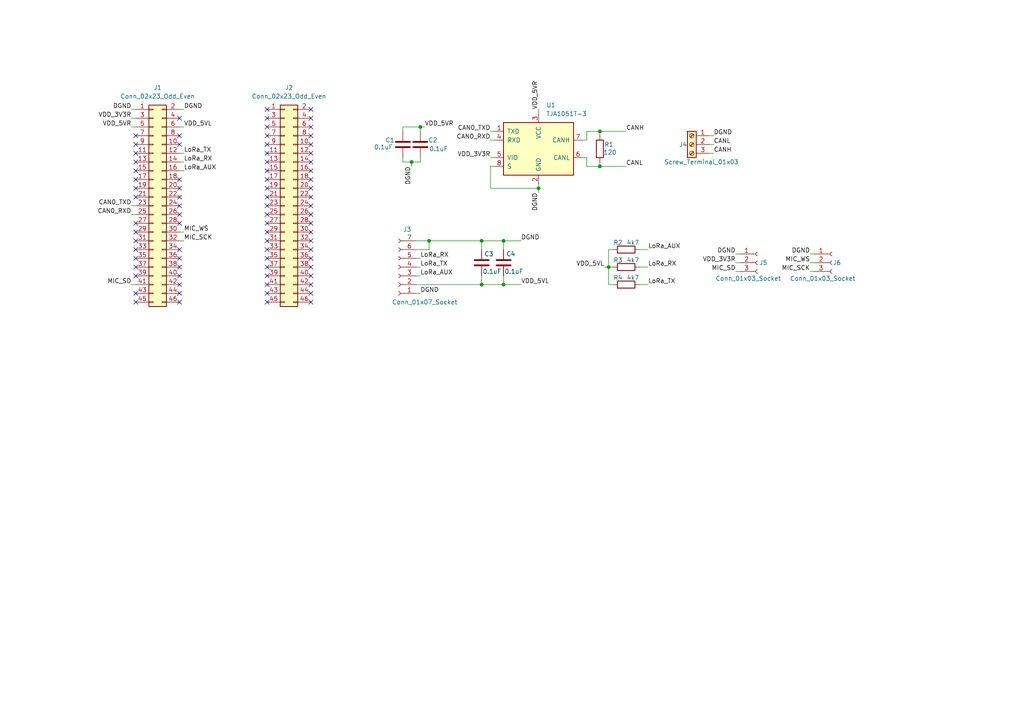
<source format=kicad_sch>
(kicad_sch (version 20231120) (generator "eeschema") (generator_version "8.0")
  (paper "A4")
  (lib_symbols
    (symbol "Connector:Conn_01x03_Socket" (pin_names (offset 1.016) hide)
      (property "Reference" "J" (at 0 5.08 0))
      (property "Value" "Conn_01x03_Socket" (at 0 -5.08 0))
      (symbol "Conn_01x03_Socket_1_1"
        (arc (start 0 -2.032) (mid -0.5058 -2.54) (end 0 -3.048) (stroke (width 0.1524)))
        (polyline (pts (xy -1.27 -2.54) (xy -0.508 -2.54)) (stroke (width 0.1524)))
        (polyline (pts (xy -1.27 0) (xy -0.508 0)) (stroke (width 0.1524)))
        (polyline (pts (xy -1.27 2.54) (xy -0.508 2.54)) (stroke (width 0.1524)))
        (arc (start 0 0.508) (mid -0.5058 0) (end 0 -0.508) (stroke (width 0.1524)))
        (arc (start 0 3.048) (mid -0.5058 2.54) (end 0 2.032) (stroke (width 0.1524)))
        (pin passive line (at -5.08 2.54 0) (length 3.81) (name "Pin_1") (number "1"))
        (pin passive line (at -5.08 0 0) (length 3.81) (name "Pin_2") (number "2"))
        (pin passive line (at -5.08 -2.54 0) (length 3.81) (name "Pin_3") (number "3"))
      )
    )
    (symbol "Connector:Conn_01x07_Socket" (pin_names (offset 1.016) hide)
      (property "Reference" "J" (at 0 10.16 0))
      (property "Value" "Conn_01x07_Socket" (at 0 -10.16 0))
      (symbol "Conn_01x07_Socket_1_1"
        (arc (start 0 -7.112) (mid -0.5058 -7.62) (end 0 -8.128) (stroke (width 0.1524)))
        (arc (start 0 -4.572) (mid -0.5058 -5.08) (end 0 -5.588) (stroke (width 0.1524)))
        (arc (start 0 -2.032) (mid -0.5058 -2.54) (end 0 -3.048) (stroke (width 0.1524)))
        (polyline (pts (xy -1.27 -7.62) (xy -0.508 -7.62)) (stroke (width 0.1524)))
        (polyline (pts (xy -1.27 -5.08) (xy -0.508 -5.08)) (stroke (width 0.1524)))
        (polyline (pts (xy -1.27 -2.54) (xy -0.508 -2.54)) (stroke (width 0.1524)))
        (polyline (pts (xy -1.27 0) (xy -0.508 0)) (stroke (width 0.1524)))
        (polyline (pts (xy -1.27 2.54) (xy -0.508 2.54)) (stroke (width 0.1524)))
        (polyline (pts (xy -1.27 5.08) (xy -0.508 5.08)) (stroke (width 0.1524)))
        (polyline (pts (xy -1.27 7.62) (xy -0.508 7.62)) (stroke (width 0.1524)))
        (arc (start 0 0.508) (mid -0.5058 0) (end 0 -0.508) (stroke (width 0.1524)))
        (arc (start 0 3.048) (mid -0.5058 2.54) (end 0 2.032) (stroke (width 0.1524)))
        (arc (start 0 5.588) (mid -0.5058 5.08) (end 0 4.572) (stroke (width 0.1524)))
        (arc (start 0 8.128) (mid -0.5058 7.62) (end 0 7.112) (stroke (width 0.1524)))
        (pin passive line (at -5.08 7.62 0) (length 3.81) (name "Pin_1") (number "1"))
        (pin passive line (at -5.08 5.08 0) (length 3.81) (name "Pin_2") (number "2"))
        (pin passive line (at -5.08 2.54 0) (length 3.81) (name "Pin_3") (number "3"))
        (pin passive line (at -5.08 0 0) (length 3.81) (name "Pin_4") (number "4"))
        (pin passive line (at -5.08 -2.54 0) (length 3.81) (name "Pin_5") (number "5"))
        (pin passive line (at -5.08 -5.08 0) (length 3.81) (name "Pin_6") (number "6"))
        (pin passive line (at -5.08 -7.62 0) (length 3.81) (name "Pin_7") (number "7"))
      )
    )
    (symbol "Connector:Screw_Terminal_01x03" (pin_names (offset 1.016) hide)
      (property "Reference" "J" (at 0 5.08 0))
      (property "Value" "Screw_Terminal_01x03" (at 0 -5.08 0))
      (symbol "Screw_Terminal_01x03_1_1"
        (rectangle (start -1.27 3.81) (end 1.27 -3.81) (stroke (width 0.254)) (fill (type background)))
        (circle (center 0 -2.54) (radius 0.635) (stroke (width 0.1524)))
        (polyline (pts (xy -0.5334 -2.2098) (xy 0.3302 -3.048)) (stroke (width 0.1524)))
        (polyline (pts (xy -0.5334 0.3302) (xy 0.3302 -0.508)) (stroke (width 0.1524)))
        (polyline (pts (xy -0.5334 2.8702) (xy 0.3302 2.032)) (stroke (width 0.1524)))
        (polyline (pts (xy -0.3556 -2.032) (xy 0.508 -2.8702)) (stroke (width 0.1524)))
        (polyline (pts (xy -0.3556 0.508) (xy 0.508 -0.3302)) (stroke (width 0.1524)))
        (polyline (pts (xy -0.3556 3.048) (xy 0.508 2.2098)) (stroke (width 0.1524)))
        (circle (center 0 0) (radius 0.635) (stroke (width 0.1524)))
        (circle (center 0 2.54) (radius 0.635) (stroke (width 0.1524)))
        (pin passive line (at -5.08 2.54 0) (length 3.81) (name "Pin_1") (number "1"))
        (pin passive line (at -5.08 0 0) (length 3.81) (name "Pin_2") (number "2"))
        (pin passive line (at -5.08 -2.54 0) (length 3.81) (name "Pin_3") (number "3"))
      )
    )
    (symbol "Connector_Generic:Conn_02x23_Odd_Even" (pin_names (offset 1.016) hide)
      (property "Reference" "J" (at 1.27 30.48 0))
      (property "Value" "Conn_02x23_Odd_Even" (at 1.27 -30.48 0))
      (symbol "Conn_02x23_Odd_Even_1_1"
        (rectangle (start -1.27 -27.813) (end 0 -28.067) (stroke (width 0.1524)))
        (rectangle (start -1.27 -25.273) (end 0 -25.527) (stroke (width 0.1524)))
        (rectangle (start -1.27 -22.733) (end 0 -22.987) (stroke (width 0.1524)))
        (rectangle (start -1.27 -20.193) (end 0 -20.447) (stroke (width 0.1524)))
        (rectangle (start -1.27 -17.653) (end 0 -17.907) (stroke (width 0.1524)))
        (rectangle (start -1.27 -15.113) (end 0 -15.367) (stroke (width 0.1524)))
        (rectangle (start -1.27 -12.573) (end 0 -12.827) (stroke (width 0.1524)))
        (rectangle (start -1.27 -10.033) (end 0 -10.287) (stroke (width 0.1524)))
        (rectangle (start -1.27 -7.493) (end 0 -7.747) (stroke (width 0.1524)))
        (rectangle (start -1.27 -4.953) (end 0 -5.207) (stroke (width 0.1524)))
        (rectangle (start -1.27 -2.413) (end 0 -2.667) (stroke (width 0.1524)))
        (rectangle (start -1.27 0.127) (end 0 -0.127) (stroke (width 0.1524)))
        (rectangle (start -1.27 2.667) (end 0 2.413) (stroke (width 0.1524)))
        (rectangle (start -1.27 5.207) (end 0 4.953) (stroke (width 0.1524)))
        (rectangle (start -1.27 7.747) (end 0 7.493) (stroke (width 0.1524)))
        (rectangle (start -1.27 10.287) (end 0 10.033) (stroke (width 0.1524)))
        (rectangle (start -1.27 12.827) (end 0 12.573) (stroke (width 0.1524)))
        (rectangle (start -1.27 15.367) (end 0 15.113) (stroke (width 0.1524)))
        (rectangle (start -1.27 17.907) (end 0 17.653) (stroke (width 0.1524)))
        (rectangle (start -1.27 20.447) (end 0 20.193) (stroke (width 0.1524)))
        (rectangle (start -1.27 22.987) (end 0 22.733) (stroke (width 0.1524)))
        (rectangle (start -1.27 25.527) (end 0 25.273) (stroke (width 0.1524)))
        (rectangle (start -1.27 28.067) (end 0 27.813) (stroke (width 0.1524)))
        (rectangle (start -1.27 29.21) (end 3.81 -29.21) (stroke (width 0.254)) (fill (type background)))
        (rectangle (start 3.81 -27.813) (end 2.54 -28.067) (stroke (width 0.1524)))
        (rectangle (start 3.81 -25.273) (end 2.54 -25.527) (stroke (width 0.1524)))
        (rectangle (start 3.81 -22.733) (end 2.54 -22.987) (stroke (width 0.1524)))
        (rectangle (start 3.81 -20.193) (end 2.54 -20.447) (stroke (width 0.1524)))
        (rectangle (start 3.81 -17.653) (end 2.54 -17.907) (stroke (width 0.1524)))
        (rectangle (start 3.81 -15.113) (end 2.54 -15.367) (stroke (width 0.1524)))
        (rectangle (start 3.81 -12.573) (end 2.54 -12.827) (stroke (width 0.1524)))
        (rectangle (start 3.81 -10.033) (end 2.54 -10.287) (stroke (width 0.1524)))
        (rectangle (start 3.81 -7.493) (end 2.54 -7.747) (stroke (width 0.1524)))
        (rectangle (start 3.81 -4.953) (end 2.54 -5.207) (stroke (width 0.1524)))
        (rectangle (start 3.81 -2.413) (end 2.54 -2.667) (stroke (width 0.1524)))
        (rectangle (start 3.81 0.127) (end 2.54 -0.127) (stroke (width 0.1524)))
        (rectangle (start 3.81 2.667) (end 2.54 2.413) (stroke (width 0.1524)))
        (rectangle (start 3.81 5.207) (end 2.54 4.953) (stroke (width 0.1524)))
        (rectangle (start 3.81 7.747) (end 2.54 7.493) (stroke (width 0.1524)))
        (rectangle (start 3.81 10.287) (end 2.54 10.033) (stroke (width 0.1524)))
        (rectangle (start 3.81 12.827) (end 2.54 12.573) (stroke (width 0.1524)))
        (rectangle (start 3.81 15.367) (end 2.54 15.113) (stroke (width 0.1524)))
        (rectangle (start 3.81 17.907) (end 2.54 17.653) (stroke (width 0.1524)))
        (rectangle (start 3.81 20.447) (end 2.54 20.193) (stroke (width 0.1524)))
        (rectangle (start 3.81 22.987) (end 2.54 22.733) (stroke (width 0.1524)))
        (rectangle (start 3.81 25.527) (end 2.54 25.273) (stroke (width 0.1524)))
        (rectangle (start 3.81 28.067) (end 2.54 27.813) (stroke (width 0.1524)))
        (pin passive line (at -5.08 27.94 0) (length 3.81) (name "Pin_1") (number "1"))
        (pin passive line (at 7.62 17.78 180) (length 3.81) (name "Pin_10") (number "10"))
        (pin passive line (at -5.08 15.24 0) (length 3.81) (name "Pin_11") (number "11"))
        (pin passive line (at 7.62 15.24 180) (length 3.81) (name "Pin_12") (number "12"))
        (pin passive line (at -5.08 12.7 0) (length 3.81) (name "Pin_13") (number "13"))
        (pin passive line (at 7.62 12.7 180) (length 3.81) (name "Pin_14") (number "14"))
        (pin passive line (at -5.08 10.16 0) (length 3.81) (name "Pin_15") (number "15"))
        (pin passive line (at 7.62 10.16 180) (length 3.81) (name "Pin_16") (number "16"))
        (pin passive line (at -5.08 7.62 0) (length 3.81) (name "Pin_17") (number "17"))
        (pin passive line (at 7.62 7.62 180) (length 3.81) (name "Pin_18") (number "18"))
        (pin passive line (at -5.08 5.08 0) (length 3.81) (name "Pin_19") (number "19"))
        (pin passive line (at 7.62 27.94 180) (length 3.81) (name "Pin_2") (number "2"))
        (pin passive line (at 7.62 5.08 180) (length 3.81) (name "Pin_20") (number "20"))
        (pin passive line (at -5.08 2.54 0) (length 3.81) (name "Pin_21") (number "21"))
        (pin passive line (at 7.62 2.54 180) (length 3.81) (name "Pin_22") (number "22"))
        (pin passive line (at -5.08 0 0) (length 3.81) (name "Pin_23") (number "23"))
        (pin passive line (at 7.62 0 180) (length 3.81) (name "Pin_24") (number "24"))
        (pin passive line (at -5.08 -2.54 0) (length 3.81) (name "Pin_25") (number "25"))
        (pin passive line (at 7.62 -2.54 180) (length 3.81) (name "Pin_26") (number "26"))
        (pin passive line (at -5.08 -5.08 0) (length 3.81) (name "Pin_27") (number "27"))
        (pin passive line (at 7.62 -5.08 180) (length 3.81) (name "Pin_28") (number "28"))
        (pin passive line (at -5.08 -7.62 0) (length 3.81) (name "Pin_29") (number "29"))
        (pin passive line (at -5.08 25.4 0) (length 3.81) (name "Pin_3") (number "3"))
        (pin passive line (at 7.62 -7.62 180) (length 3.81) (name "Pin_30") (number "30"))
        (pin passive line (at -5.08 -10.16 0) (length 3.81) (name "Pin_31") (number "31"))
        (pin passive line (at 7.62 -10.16 180) (length 3.81) (name "Pin_32") (number "32"))
        (pin passive line (at -5.08 -12.7 0) (length 3.81) (name "Pin_33") (number "33"))
        (pin passive line (at 7.62 -12.7 180) (length 3.81) (name "Pin_34") (number "34"))
        (pin passive line (at -5.08 -15.24 0) (length 3.81) (name "Pin_35") (number "35"))
        (pin passive line (at 7.62 -15.24 180) (length 3.81) (name "Pin_36") (number "36"))
        (pin passive line (at -5.08 -17.78 0) (length 3.81) (name "Pin_37") (number "37"))
        (pin passive line (at 7.62 -17.78 180) (length 3.81) (name "Pin_38") (number "38"))
        (pin passive line (at -5.08 -20.32 0) (length 3.81) (name "Pin_39") (number "39"))
        (pin passive line (at 7.62 25.4 180) (length 3.81) (name "Pin_4") (number "4"))
        (pin passive line (at 7.62 -20.32 180) (length 3.81) (name "Pin_40") (number "40"))
        (pin passive line (at -5.08 -22.86 0) (length 3.81) (name "Pin_41") (number "41"))
        (pin passive line (at 7.62 -22.86 180) (length 3.81) (name "Pin_42") (number "42"))
        (pin passive line (at -5.08 -25.4 0) (length 3.81) (name "Pin_43") (number "43"))
        (pin passive line (at 7.62 -25.4 180) (length 3.81) (name "Pin_44") (number "44"))
        (pin passive line (at -5.08 -27.94 0) (length 3.81) (name "Pin_45") (number "45"))
        (pin passive line (at 7.62 -27.94 180) (length 3.81) (name "Pin_46") (number "46"))
        (pin passive line (at -5.08 22.86 0) (length 3.81) (name "Pin_5") (number "5"))
        (pin passive line (at 7.62 22.86 180) (length 3.81) (name "Pin_6") (number "6"))
        (pin passive line (at -5.08 20.32 0) (length 3.81) (name "Pin_7") (number "7"))
        (pin passive line (at 7.62 20.32 180) (length 3.81) (name "Pin_8") (number "8"))
        (pin passive line (at -5.08 17.78 0) (length 3.81) (name "Pin_9") (number "9"))
      )
    )
    (symbol "Device:C" (pin_numbers hide) (pin_names (offset 0.254))
      (property "Reference" "C" (at 0.635 2.54 0))
      (property "Value" "C" (at 0.635 -2.54 0))
      (symbol "C_0_1"
        (polyline (pts (xy -2.032 -0.762) (xy 2.032 -0.762)) (stroke (width 0.508)))
        (polyline (pts (xy -2.032 0.762) (xy 2.032 0.762)) (stroke (width 0.508)))
      )
      (symbol "C_1_1"
        (pin passive line (at 0 3.81 270) (length 2.794) (name "~") (number "1"))
        (pin passive line (at 0 -3.81 90) (length 2.794) (name "~") (number "2"))
      )
    )
    (symbol "Device:R" (pin_numbers hide) (pin_names (offset 0))
      (property "Reference" "R" (at 2.032 0 90))
      (property "Value" "R" (at 0 0 90))
      (symbol "R_0_1"
        (rectangle (start -1.016 -2.54) (end 1.016 2.54) (stroke (width 0.254)))
      )
      (symbol "R_1_1"
        (pin passive line (at 0 3.81 270) (length 1.27) (name "~") (number "1"))
        (pin passive line (at 0 -3.81 90) (length 1.27) (name "~") (number "2"))
      )
    )
    (symbol "Interface_CAN_LIN:TJA1051T-3" (pin_names (offset 1.016))
      (property "Reference" "U" (at -10.16 8.89 0))
      (property "Value" "TJA1051T-3" (at 1.27 8.89 0))
      (symbol "TJA1051T-3_0_1"
        (rectangle (start -10.16 7.62) (end 10.16 -7.62) (stroke (width 0.254)) (fill (type background)))
      )
      (symbol "TJA1051T-3_1_1"
        (pin input line (at -12.7 5.08 0) (length 2.54) (name "TXD") (number "1"))
        (pin power_in line (at 0 -10.16 90) (length 2.54) (name "GND") (number "2"))
        (pin power_in line (at 0 10.16 270) (length 2.54) (name "VCC") (number "3"))
        (pin output line (at -12.7 2.54 0) (length 2.54) (name "RXD") (number "4"))
        (pin power_in line (at -12.7 -2.54 0) (length 2.54) (name "VIO") (number "5"))
        (pin bidirectional line (at 12.7 -2.54 180) (length 2.54) (name "CANL") (number "6"))
        (pin bidirectional line (at 12.7 2.54 180) (length 2.54) (name "CANH") (number "7"))
        (pin input line (at -12.7 -5.08 0) (length 2.54) (name "S") (number "8"))
      )
    )
  )
  (junction (at 121.92 36.83))
  (junction (at 139.7 69.85))
  (junction (at 173.99 48.26))
  (junction (at 119.38 46.99))
  (junction (at 146.05 69.85))
  (junction (at 124.46 69.85))
  (junction (at 156.21 54.61))
  (junction (at 173.99 38.1))
  (junction (at 139.7 82.55))
  (junction (at 176.53 77.47))
  (junction (at 146.05 82.55))
  (no_connect (at 90.17 57.15))
  (no_connect (at 77.47 69.85))
  (no_connect (at 39.37 69.85))
  (no_connect (at 77.47 80.01))
  (no_connect (at 90.17 39.37))
  (no_connect (at 90.17 44.45))
  (no_connect (at 77.47 82.55))
  (no_connect (at 52.07 72.39))
  (no_connect (at 39.37 80.01))
  (no_connect (at 52.07 62.23))
  (no_connect (at 39.37 46.99))
  (no_connect (at 77.47 57.15))
  (no_connect (at 39.37 57.15))
  (no_connect (at 52.07 41.91))
  (no_connect (at 77.47 52.07))
  (no_connect (at 77.47 31.75))
  (no_connect (at 90.17 87.63))
  (no_connect (at 77.47 46.99))
  (no_connect (at 77.47 62.23))
  (no_connect (at 39.37 87.63))
  (no_connect (at 52.07 59.69))
  (no_connect (at 39.37 39.37))
  (no_connect (at 90.17 31.75))
  (no_connect (at 77.47 74.93))
  (no_connect (at 90.17 85.09))
  (no_connect (at 90.17 62.23))
  (no_connect (at 77.47 41.91))
  (no_connect (at 90.17 59.69))
  (no_connect (at 77.47 85.09))
  (no_connect (at 52.07 80.01))
  (no_connect (at 39.37 85.09))
  (no_connect (at 52.07 85.09))
  (no_connect (at 90.17 74.93))
  (no_connect (at 39.37 54.61))
  (no_connect (at 90.17 54.61))
  (no_connect (at 77.47 77.47))
  (no_connect (at 52.07 54.61))
  (no_connect (at 77.47 64.77))
  (no_connect (at 77.47 87.63))
  (no_connect (at 52.07 39.37))
  (no_connect (at 52.07 34.29))
  (no_connect (at 52.07 57.15))
  (no_connect (at 77.47 67.31))
  (no_connect (at 90.17 69.85))
  (no_connect (at 39.37 41.91))
  (no_connect (at 52.07 52.07))
  (no_connect (at 90.17 64.77))
  (no_connect (at 39.37 67.31))
  (no_connect (at 90.17 41.91))
  (no_connect (at 52.07 77.47))
  (no_connect (at 90.17 72.39))
  (no_connect (at 77.47 39.37))
  (no_connect (at 52.07 87.63))
  (no_connect (at 90.17 36.83))
  (no_connect (at 39.37 52.07))
  (no_connect (at 52.07 74.93))
  (no_connect (at 52.07 64.77))
  (no_connect (at 39.37 77.47))
  (no_connect (at 77.47 34.29))
  (no_connect (at 39.37 74.93))
  (no_connect (at 90.17 82.55))
  (no_connect (at 90.17 80.01))
  (no_connect (at 90.17 77.47))
  (no_connect (at 39.37 64.77))
  (no_connect (at 77.47 59.69))
  (no_connect (at 90.17 34.29))
  (no_connect (at 39.37 49.53))
  (no_connect (at 90.17 46.99))
  (no_connect (at 77.47 49.53))
  (no_connect (at 90.17 67.31))
  (no_connect (at 77.47 36.83))
  (no_connect (at 77.47 54.61))
  (no_connect (at 39.37 44.45))
  (no_connect (at 90.17 52.07))
  (no_connect (at 90.17 49.53))
  (no_connect (at 39.37 72.39))
  (no_connect (at 52.07 82.55))
  (no_connect (at 77.47 72.39))
  (no_connect (at 77.47 44.45))
  (wire (pts (xy 156.21 54.61) (xy 156.21 55.88)))
  (wire (pts (xy 52.07 44.45) (xy 53.34 44.45)))
  (wire (pts (xy 139.7 80.01) (xy 139.7 82.55)))
  (wire (pts (xy 173.99 48.26) (xy 173.99 46.99)))
  (wire (pts (xy 120.65 80.01) (xy 121.92 80.01)))
  (wire (pts (xy 52.07 46.99) (xy 53.34 46.99)))
  (wire (pts (xy 156.21 54.61) (xy 156.21 53.34)))
  (wire (pts (xy 213.36 78.74) (xy 214.63 78.74)))
  (wire (pts (xy 52.07 69.85) (xy 53.34 69.85)))
  (wire (pts (xy 142.24 54.61) (xy 156.21 54.61)))
  (wire (pts (xy 176.53 82.55) (xy 176.53 77.47)))
  (wire (pts (xy 173.99 38.1) (xy 173.99 39.37)))
  (wire (pts (xy 176.53 77.47) (xy 177.8 77.47)))
  (wire (pts (xy 38.1 59.69) (xy 39.37 59.69)))
  (wire (pts (xy 205.74 39.37) (xy 207.01 39.37)))
  (wire (pts (xy 185.42 77.47) (xy 187.96 77.47)))
  (wire (pts (xy 52.07 49.53) (xy 53.34 49.53)))
  (wire (pts (xy 205.74 44.45) (xy 207.01 44.45)))
  (wire (pts (xy 168.91 45.72) (xy 170.18 45.72)))
  (wire (pts (xy 121.92 36.83) (xy 123.19 36.83)))
  (wire (pts (xy 168.91 40.64) (xy 170.18 40.64)))
  (wire (pts (xy 120.65 74.93) (xy 121.92 74.93)))
  (wire (pts (xy 139.7 69.85) (xy 146.05 69.85)))
  (wire (pts (xy 38.1 62.23) (xy 39.37 62.23)))
  (wire (pts (xy 146.05 80.01) (xy 146.05 82.55)))
  (wire (pts (xy 175.26 77.47) (xy 176.53 77.47)))
  (wire (pts (xy 116.84 38.1) (xy 116.84 36.83)))
  (wire (pts (xy 52.07 31.75) (xy 53.34 31.75)))
  (wire (pts (xy 185.42 82.55) (xy 187.96 82.55)))
  (wire (pts (xy 120.65 69.85) (xy 124.46 69.85)))
  (wire (pts (xy 142.24 45.72) (xy 143.51 45.72)))
  (wire (pts (xy 142.24 38.1) (xy 143.51 38.1)))
  (wire (pts (xy 52.07 67.31) (xy 53.34 67.31)))
  (wire (pts (xy 234.95 76.2) (xy 236.22 76.2)))
  (wire (pts (xy 119.38 48.26) (xy 119.38 46.99)))
  (wire (pts (xy 142.24 48.26) (xy 142.24 54.61)))
  (wire (pts (xy 38.1 34.29) (xy 39.37 34.29)))
  (wire (pts (xy 121.92 36.83) (xy 121.92 38.1)))
  (wire (pts (xy 170.18 45.72) (xy 170.18 48.26)))
  (wire (pts (xy 119.38 46.99) (xy 121.92 46.99)))
  (wire (pts (xy 52.07 36.83) (xy 53.34 36.83)))
  (wire (pts (xy 124.46 69.85) (xy 139.7 69.85)))
  (wire (pts (xy 139.7 69.85) (xy 139.7 72.39)))
  (wire (pts (xy 170.18 40.64) (xy 170.18 38.1)))
  (wire (pts (xy 173.99 38.1) (xy 181.61 38.1)))
  (wire (pts (xy 177.8 82.55) (xy 176.53 82.55)))
  (wire (pts (xy 146.05 69.85) (xy 151.13 69.85)))
  (wire (pts (xy 213.36 76.2) (xy 214.63 76.2)))
  (wire (pts (xy 116.84 46.99) (xy 116.84 45.72)))
  (wire (pts (xy 142.24 40.64) (xy 143.51 40.64)))
  (wire (pts (xy 120.65 72.39) (xy 124.46 72.39)))
  (wire (pts (xy 213.36 73.66) (xy 214.63 73.66)))
  (wire (pts (xy 38.1 36.83) (xy 39.37 36.83)))
  (wire (pts (xy 120.65 85.09) (xy 121.92 85.09)))
  (wire (pts (xy 234.95 73.66) (xy 236.22 73.66)))
  (wire (pts (xy 146.05 82.55) (xy 151.13 82.55)))
  (wire (pts (xy 116.84 46.99) (xy 119.38 46.99)))
  (wire (pts (xy 143.51 48.26) (xy 142.24 48.26)))
  (wire (pts (xy 177.8 72.39) (xy 176.53 72.39)))
  (wire (pts (xy 124.46 72.39) (xy 124.46 69.85)))
  (wire (pts (xy 156.21 31.75) (xy 156.21 33.02)))
  (wire (pts (xy 170.18 38.1) (xy 173.99 38.1)))
  (wire (pts (xy 139.7 82.55) (xy 146.05 82.55)))
  (wire (pts (xy 38.1 82.55) (xy 39.37 82.55)))
  (wire (pts (xy 120.65 77.47) (xy 121.92 77.47)))
  (wire (pts (xy 173.99 48.26) (xy 181.61 48.26)))
  (wire (pts (xy 120.65 82.55) (xy 139.7 82.55)))
  (wire (pts (xy 170.18 48.26) (xy 173.99 48.26)))
  (wire (pts (xy 185.42 72.39) (xy 187.96 72.39)))
  (wire (pts (xy 116.84 36.83) (xy 121.92 36.83)))
  (wire (pts (xy 121.92 45.72) (xy 121.92 46.99)))
  (wire (pts (xy 234.95 78.74) (xy 236.22 78.74)))
  (wire (pts (xy 205.74 41.91) (xy 207.01 41.91)))
  (wire (pts (xy 38.1 31.75) (xy 39.37 31.75)))
  (wire (pts (xy 176.53 72.39) (xy 176.53 77.47)))
  (wire (pts (xy 146.05 69.85) (xy 146.05 72.39)))
  (label "MIC_WS" (at 234.95 76.2 180))
  (label "CAN0_RXD" (at 142.24 40.64 180))
  (label "MIC_SCK" (at 53.34 69.85 0))
  (label "LoRa_AUX" (at 187.96 72.39 0))
  (label "DGND" (at 156.21 55.88 270))
  (label "VDD_5VR" (at 156.21 31.75 90))
  (label "CAN0_RXD" (at 38.1 62.23 180))
  (label "CANL" (at 181.61 48.26 0))
  (label "CAN0_TXD" (at 142.24 38.1 180))
  (label "LoRa_RX" (at 121.92 74.93 0))
  (label "VDD_3V3R" (at 142.24 45.72 180))
  (label "VDD_5VL" (at 175.26 77.47 180))
  (label "MIC_SCK" (at 234.95 78.74 180))
  (label "LoRa_AUX" (at 121.92 80.01 0))
  (label "LoRa_RX" (at 53.34 46.99 0))
  (label "MIC_SD" (at 213.36 78.74 180))
  (label "MIC_SD" (at 38.1 82.55 180))
  (label "DGND" (at 121.92 85.09 0))
  (label "LoRa_TX" (at 187.96 82.55 0))
  (label "LoRa_TX" (at 121.92 77.47 0))
  (label "VDD_5VR" (at 38.1 36.83 180))
  (label "CAN0_TXD" (at 38.1 59.69 180))
  (label "DGND" (at 234.95 73.66 180))
  (label "VDD_3V3R" (at 213.36 76.2 180))
  (label "DGND" (at 213.36 73.66 180))
  (label "VDD_3V3R" (at 38.1 34.29 180))
  (label "MIC_WS" (at 53.34 67.31 0))
  (label "VDD_5VL" (at 151.13 82.55 0))
  (label "DGND" (at 151.13 69.85 0))
  (label "CANH" (at 181.61 38.1 0))
  (label "DGND" (at 119.38 48.26 270))
  (label "DGND" (at 53.34 31.75 0))
  (label "LoRa_AUX" (at 53.34 49.53 0))
  (label "DGND" (at 207.01 39.37 0))
  (label "LoRa_RX" (at 187.96 77.47 0))
  (label "VDD_5VR" (at 123.19 36.83 0))
  (label "CANH" (at 207.01 44.45 0))
  (label "VDD_5VL" (at 53.34 36.83 0))
  (label "LoRa_TX" (at 53.34 44.45 0))
  (label "DGND" (at 38.1 31.75 180))
  (label "CANL" (at 207.01 41.91 0))
  (symbol (lib_id "Connector_Generic:Conn_02x23_Odd_Even") (at 82.55 59.69 0) (unit 1)
    (property "Reference" "J2" (at 83.82 25.4 0))
    (property "Value" "Conn_02x23_Odd_Even" (at 83.82 27.94 0))
    (property "Footprint" "Connector_PinHeader_2.54mm:PinHeader_2x23_P2.54mm_Vertical" (effects (hide yes)))
    (property "Description" "Generic connector, double row, 02x23, odd/even pin numbering scheme (row 1 odd numbers, row 2 even numbers), script generated (kicad-library-utils/schlib/autogen/connector/)" (effects (hide yes)))
  )
  (symbol (lib_id "Device:C") (at 146.05 76.2 0) (unit 1)
    (property "Reference" "C4" (at 146.812 73.66 0) (effects (justify left)))
    (property "Value" "0.1uF" (at 146.304 78.74 0) (effects (justify left)))
    (property "Footprint" "Capacitor_SMD:C_0603_1608Metric" (effects (hide yes)))
    (property "Description" "Unpolarized capacitor" (effects (hide yes)))
  )
  (symbol (lib_id "Connector:Screw_Terminal_01x03") (at 200.66 41.91 0) (mirror y) (unit 1)
    (property "Reference" "J4" (at 198.12 41.91 0))
    (property "Value" "Screw_Terminal_01x03" (at 203.454 46.99 0))
    (property "Footprint" "TerminalBlock_Phoenix:TerminalBlock_Phoenix_MKDS-1,5-3-5.08_1x03_P5.08mm_Horizontal" (effects (hide yes)))
    (property "Description" "Generic screw terminal, single row, 01x03, script generated (kicad-library-utils/schlib/autogen/connector/)" (effects (hide yes)))
  )
  (symbol (lib_id "Device:R") (at 181.61 72.39 90) (unit 1)
    (property "Reference" "R2" (at 180.594 70.358 90) (effects (justify left)))
    (property "Value" "4k7" (at 185.42 70.358 90) (effects (justify left)))
    (property "Footprint" "Resistor_SMD:R_0603_1608Metric" (effects (hide yes)))
    (property "Description" "Resistor" (effects (hide yes)))
  )
  (symbol (lib_id "Device:R") (at 181.61 82.55 90) (unit 1)
    (property "Reference" "R4" (at 180.594 80.518 90) (effects (justify left)))
    (property "Value" "4k7" (at 185.42 80.518 90) (effects (justify left)))
    (property "Footprint" "Resistor_SMD:R_0603_1608Metric" (effects (hide yes)))
    (property "Description" "Resistor" (effects (hide yes)))
  )
  (symbol (lib_id "Connector:Conn_01x03_Socket") (at 241.3 76.2 0) (unit 1)
    (property "Reference" "J6" (at 241.554 76.2 0) (effects (justify left)))
    (property "Value" "Conn_01x03_Socket" (at 229.108 80.772 0) (effects (justify left)))
    (property "Footprint" "Connector_PinSocket_2.54mm:PinSocket_1x03_P2.54mm_Vertical" (effects (hide yes)))
    (property "Description" "Generic connector, single row, 01x03, script generated" (effects (hide yes)))
  )
  (symbol (lib_id "Device:R") (at 181.61 77.47 90) (unit 1)
    (property "Reference" "R3" (at 180.594 75.438 90) (effects (justify left)))
    (property "Value" "4k7" (at 185.42 75.438 90) (effects (justify left)))
    (property "Footprint" "Resistor_SMD:R_0603_1608Metric" (effects (hide yes)))
    (property "Description" "Resistor" (effects (hide yes)))
  )
  (symbol (lib_id "Connector:Conn_01x03_Socket") (at 219.71 76.2 0) (unit 1)
    (property "Reference" "J5" (at 220.218 76.2 0) (effects (justify left)))
    (property "Value" "Conn_01x03_Socket" (at 207.518 80.772 0) (effects (justify left)))
    (property "Footprint" "Connector_PinSocket_2.54mm:PinSocket_1x03_P2.54mm_Vertical" (effects (hide yes)))
    (property "Description" "Generic connector, single row, 01x03, script generated" (effects (hide yes)))
  )
  (symbol (lib_id "Device:C") (at 121.92 41.91 0) (unit 1)
    (property "Reference" "C2" (at 124.206 40.64 0) (effects (justify left)))
    (property "Value" "0.1uF" (at 124.46 43.18 0) (effects (justify left)))
    (property "Footprint" "Capacitor_SMD:C_0603_1608Metric" (effects (hide yes)))
    (property "Description" "Unpolarized capacitor" (effects (hide yes)))
  )
  (symbol (lib_id "Device:R") (at 173.99 43.18 0) (unit 1)
    (property "Reference" "R1" (at 175.26 41.91 0) (effects (justify left)))
    (property "Value" "120" (at 175.006 44.196 0) (effects (justify left)))
    (property "Footprint" "Resistor_SMD:R_0603_1608Metric" (effects (hide yes)))
    (property "Description" "Resistor" (effects (hide yes)))
  )
  (symbol (lib_id "Interface_CAN_LIN:TJA1051T-3") (at 156.21 43.18 0) (unit 1)
    (property "Reference" "U1" (at 158.4041 30.48 0) (effects (justify left)))
    (property "Value" "TJA1051T-3" (at 158.4041 33.02 0) (effects (justify left)))
    (property "Footprint" "Package_SO:SOIC-8_3.9x4.9mm_P1.27mm" (effects (hide yes)))
    (property "Datasheet" "http://www.nxp.com/docs/en/data-sheet/TJA1051.pdf" (effects (hide yes)))
    (property "Description" "High-Speed CAN Transceiver, separate VIO, silent mode, SOIC-8" (effects (hide yes)))
  )
  (symbol (lib_id "Device:C") (at 116.84 41.91 0) (unit 1)
    (property "Reference" "C1" (at 111.76 40.64 0) (effects (justify left)))
    (property "Value" "0.1uF" (at 108.458 42.672 0) (effects (justify left)))
    (property "Footprint" "Capacitor_SMD:C_0603_1608Metric" (effects (hide yes)))
    (property "Description" "Unpolarized capacitor" (effects (hide yes)))
  )
  (symbol (lib_id "Device:C") (at 139.7 76.2 0) (unit 1)
    (property "Reference" "C3" (at 140.462 73.66 0) (effects (justify left)))
    (property "Value" "0.1uF" (at 139.954 78.74 0) (effects (justify left)))
    (property "Footprint" "Capacitor_SMD:C_0603_1608Metric" (effects (hide yes)))
    (property "Description" "Unpolarized capacitor" (effects (hide yes)))
  )
  (symbol (lib_id "Connector:Conn_01x07_Socket") (at 115.57 77.47 180) (unit 1)
    (property "Reference" "J3" (at 118.11 66.548 0))
    (property "Value" "Conn_01x07_Socket" (at 123.19 87.63 0))
    (property "Footprint" "Connector_PinSocket_2.54mm:PinSocket_1x07_P2.54mm_Vertical" (effects (hide yes)))
    (property "Description" "Generic connector, single row, 01x07, script generated" (effects (hide yes)))
  )
  (symbol (lib_id "Connector_Generic:Conn_02x23_Odd_Even") (at 44.45 59.69 0) (unit 1)
    (property "Reference" "J1" (at 45.72 25.4 0))
    (property "Value" "Conn_02x23_Odd_Even" (at 45.72 27.94 0))
    (property "Footprint" "Connector_PinHeader_2.54mm:PinHeader_2x23_P2.54mm_Vertical" (effects (hide yes)))
    (property "Description" "Generic connector, double row, 02x23, odd/even pin numbering scheme (row 1 odd numbers, row 2 even numbers), script generated (kicad-library-utils/schlib/autogen/connector/)" (effects (hide yes)))
  )
)
</source>
